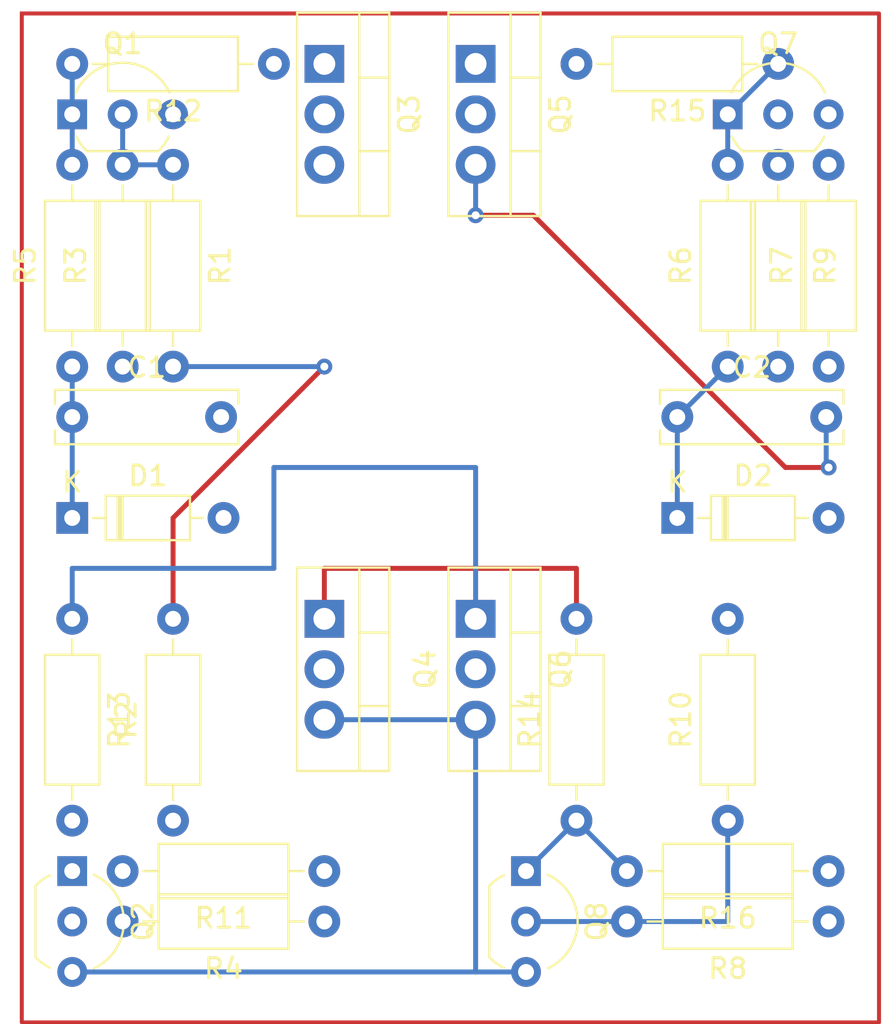
<source format=kicad_pcb>
(kicad_pcb (version 20211014) (generator pcbnew)
  (layers (0 "F.Cu" signal) (31 "B.Cu" signal) (34 "B.Paste" user) (35 "F.Paste" user) (36 "B.SilkS" user "B.Silkscreen") (37 "F.SilkS" user "F.Silkscreen") (38 "B.Mask" user) (39 "F.Mask" user) (44 "Edge.Cuts" user))
  (net 0 "")
  (net 1 "Net-(C1-Pad1)")
  (net 2 "Net-(C1-Pad2)")
  (net 3 "Net-(C2-Pad1)")
  (net 4 "+12V")
  (net 5 "Net-(Q1-Pad1)")
  (net 6 "Net-(Q1-Pad2)")
  (net 7 "GND")
  (net 8 "Net-(Q2-Pad1)")
  (net 9 "Net-(Q2-Pad2)")
  (net 10 "fwd_high")
  (net 11 "rev_low")
  (net 12 "rev_high")
  (net 13 "fwd_low")
  (net 14 "Net-(Q7-Pad1)")
  (net 15 "Net-(Q7-Pad2)")
  (net 16 "Net-(Q8-Pad1)")
  (net 17 "Net-(Q8-Pad2)")
  (net 18 "fwd_pwm")
  (net 19 "+3.3V")
  (net 20 "rev_pwm")
  (footprint "Package_TO_SOT_THT:TO-92_Inline_Wide" (layer "F.Cu") (at 147.32 93.98)
    (fp_text reference "Q7" (at 2.54 -3.56) (layer "F.SilkS"))
    (fp_text value "BC237")
    (fp_line (start 0.74 1.85) (end 4.34 1.85) (layer "F.SilkS") (width 0.12))
    (fp_arc (start 0.1836 -1.098807) (mid 1.143021 -2.192817) (end 2.54 -2.6) (layer "F.SilkS") (width 0.12))
    (fp_arc (start 0.74 1.85) (mid 0.446097 1.509328) (end 0.215816 1.122795) (layer "F.SilkS") (width 0.12))
    (fp_arc (start 2.54 -2.6) (mid 3.936979 -2.192818) (end 4.8964 -1.098807) (layer "F.SilkS") (width 0.12))
    (fp_arc (start 4.864184 1.122795) (mid 4.633903 1.509328) (end 4.34 1.85) (layer "F.SilkS") (width 0.12))
    (pad "1" thru_hole rect (at 0 0) (size 1.5 1.5) (drill 0.8) (layers *.Cu *.Mask) (net 14 "Net-(Q7-Pad1)"))
    (pad "2" thru_hole circle (at 2.54 0) (size 1.5 1.5) (drill 0.8) (layers *.Cu *.Mask) (net 15 "Net-(Q7-Pad2)"))
    (pad "3" thru_hole circle (at 5.08 0) (size 1.5 1.5) (drill 0.8) (layers *.Cu *.Mask) (net 7 "GND"))
  )
  (footprint "Package_TO_SOT_THT:TO-220-3_Vertical" (layer "F.Cu") (at 134.62 91.44 -90)
    (fp_text reference "Q5" (at 2.54 -4.27 90) (layer "F.SilkS"))
    (fp_text value "IRFZ44N")
    (fp_line (start -2.58 -3.27) (end 7.66 -3.27) (layer "F.SilkS") (width 0.12))
    (fp_line (start 0.69 -3.27) (end 0.69 -1.76) (layer "F.SilkS") (width 0.12))
    (fp_line (start 7.66 -3.27) (end 7.66 1.371) (layer "F.SilkS") (width 0.12))
    (fp_line (start -2.58 1.371) (end 7.66 1.371) (layer "F.SilkS") (width 0.12))
    (fp_line (start -2.58 -1.76) (end 7.66 -1.76) (layer "F.SilkS") (width 0.12))
    (fp_line (start 4.391 -3.27) (end 4.391 -1.76) (layer "F.SilkS") (width 0.12))
    (fp_line (start -2.58 -3.27) (end -2.58 1.371) (layer "F.SilkS") (width 0.12))
    (pad "1" thru_hole rect (at 0 0 270) (size 1.905 2) (drill 1.1) (layers *.Cu *.Mask) (net 12 "rev_high"))
    (pad "2" thru_hole oval (at 2.54 0 270) (size 1.905 2) (drill 1.1) (layers *.Cu *.Mask) (net 4 "+12V"))
    (pad "3" thru_hole oval (at 5.08 0 270) (size 1.905 2) (drill 1.1) (layers *.Cu *.Mask) (net 2 "Net-(C1-Pad2)"))
  )
  (footprint "Resistor_THT:R_Axial_DIN0207_L6.3mm_D2.5mm_P10.16mm_Horizontal" (layer "F.Cu") (at 152.4 106.68 90)
    (fp_text reference "R7" (at 5.08 -2.37 90) (layer "F.SilkS"))
    (fp_text value "10k")
    (fp_line (start 1.81 1.37) (end 8.35 1.37) (layer "F.SilkS") (width 0.12))
    (fp_line (start 1.04 0) (end 1.81 0) (layer "F.SilkS") (width 0.12))
    (fp_line (start 9.12 0) (end 8.35 0) (layer "F.SilkS") (width 0.12))
    (fp_line (start 1.81 -1.37) (end 1.81 1.37) (layer "F.SilkS") (width 0.12))
    (fp_line (start 8.35 -1.37) (end 1.81 -1.37) (layer "F.SilkS") (width 0.12))
    (fp_line (start 8.35 1.37) (end 8.35 -1.37) (layer "F.SilkS") (width 0.12))
    (pad "1" thru_hole circle (at 0 0 90) (size 1.6 1.6) (drill 0.8) (layers *.Cu *.Mask) (net 19 "+3.3V"))
    (pad "2" thru_hole oval (at 10.16 0 90) (size 1.6 1.6) (drill 0.8) (layers *.Cu *.Mask) (net 15 "Net-(Q7-Pad2)"))
  )
  (footprint "Resistor_THT:R_Axial_DIN0207_L6.3mm_D2.5mm_P10.16mm_Horizontal" (layer "F.Cu") (at 149.86 91.44 180)
    (fp_text reference "R15" (at 5.08 -2.37) (layer "F.SilkS"))
    (fp_text value "22")
    (fp_line (start 1.04 0) (end 1.81 0) (layer "F.SilkS") (width 0.12))
    (fp_line (start 1.81 -1.37) (end 1.81 1.37) (layer "F.SilkS") (width 0.12))
    (fp_line (start 8.35 -1.37) (end 1.81 -1.37) (layer "F.SilkS") (width 0.12))
    (fp_line (start 1.81 1.37) (end 8.35 1.37) (layer "F.SilkS") (width 0.12))
    (fp_line (start 8.35 1.37) (end 8.35 -1.37) (layer "F.SilkS") (width 0.12))
    (fp_line (start 9.12 0) (end 8.35 0) (layer "F.SilkS") (width 0.12))
    (pad "1" thru_hole circle (at 0 0 180) (size 1.6 1.6) (drill 0.8) (layers *.Cu *.Mask) (net 14 "Net-(Q7-Pad1)"))
    (pad "2" thru_hole oval (at 10.16 0 180) (size 1.6 1.6) (drill 0.8) (layers *.Cu *.Mask) (net 12 "rev_high"))
  )
  (footprint "Resistor_THT:R_Axial_DIN0207_L6.3mm_D2.5mm_P10.16mm_Horizontal" (layer "F.Cu") (at 147.32 106.68 90)
    (fp_text reference "R6" (at 5.08 -2.37 90) (layer "F.SilkS"))
    (fp_text value "500")
    (fp_line (start 9.12 0) (end 8.35 0) (layer "F.SilkS") (width 0.12))
    (fp_line (start 8.35 -1.37) (end 1.81 -1.37) (layer "F.SilkS") (width 0.12))
    (fp_line (start 8.35 1.37) (end 8.35 -1.37) (layer "F.SilkS") (width 0.12))
    (fp_line (start 1.81 -1.37) (end 1.81 1.37) (layer "F.SilkS") (width 0.12))
    (fp_line (start 1.81 1.37) (end 8.35 1.37) (layer "F.SilkS") (width 0.12))
    (fp_line (start 1.04 0) (end 1.81 0) (layer "F.SilkS") (width 0.12))
    (pad "1" thru_hole circle (at 0 0 90) (size 1.6 1.6) (drill 0.8) (layers *.Cu *.Mask) (net 3 "Net-(C2-Pad1)"))
    (pad "2" thru_hole oval (at 10.16 0 90) (size 1.6 1.6) (drill 0.8) (layers *.Cu *.Mask) (net 14 "Net-(Q7-Pad1)"))
  )
  (footprint "Resistor_THT:R_Axial_DIN0207_L6.3mm_D2.5mm_P10.16mm_Horizontal" (layer "F.Cu") (at 152.4 132.08 180)
    (fp_text reference "R16" (at 5.08 -2.37) (layer "F.SilkS"))
    (fp_text value "500")
    (fp_line (start 1.81 1.37) (end 8.35 1.37) (layer "F.SilkS") (width 0.12))
    (fp_line (start 8.35 1.37) (end 8.35 -1.37) (layer "F.SilkS") (width 0.12))
    (fp_line (start 9.12 0) (end 8.35 0) (layer "F.SilkS") (width 0.12))
    (fp_line (start 8.35 -1.37) (end 1.81 -1.37) (layer "F.SilkS") (width 0.12))
    (fp_line (start 1.04 0) (end 1.81 0) (layer "F.SilkS") (width 0.12))
    (fp_line (start 1.81 -1.37) (end 1.81 1.37) (layer "F.SilkS") (width 0.12))
    (pad "1" thru_hole circle (at 0 0 180) (size 1.6 1.6) (drill 0.8) (layers *.Cu *.Mask) (net 4 "+12V"))
    (pad "2" thru_hole oval (at 10.16 0 180) (size 1.6 1.6) (drill 0.8) (layers *.Cu *.Mask) (net 16 "Net-(Q8-Pad1)"))
  )
  (footprint "Resistor_THT:R_Axial_DIN0207_L6.3mm_D2.5mm_P10.16mm_Horizontal" (layer "F.Cu") (at 127 134.62 180)
    (fp_text reference "R4" (at 5.08 -2.37) (layer "F.SilkS"))
    (fp_text value "10k")
    (fp_line (start 1.04 0) (end 1.81 0) (layer "F.SilkS") (width 0.12))
    (fp_line (start 8.35 1.37) (end 8.35 -1.37) (layer "F.SilkS") (width 0.12))
    (fp_line (start 8.35 -1.37) (end 1.81 -1.37) (layer "F.SilkS") (width 0.12))
    (fp_line (start 1.81 1.37) (end 8.35 1.37) (layer "F.SilkS") (width 0.12))
    (fp_line (start 1.81 -1.37) (end 1.81 1.37) (layer "F.SilkS") (width 0.12))
    (fp_line (start 9.12 0) (end 8.35 0) (layer "F.SilkS") (width 0.12))
    (pad "1" thru_hole circle (at 0 0 180) (size 1.6 1.6) (drill 0.8) (layers *.Cu *.Mask) (net 19 "+3.3V"))
    (pad "2" thru_hole oval (at 10.16 0 180) (size 1.6 1.6) (drill 0.8) (layers *.Cu *.Mask) (net 9 "Net-(Q2-Pad2)"))
  )
  (footprint "Package_TO_SOT_THT:TO-220-3_Vertical" (layer "F.Cu") (at 134.62 119.38 -90)
    (fp_text reference "Q6" (at 2.54 -4.27 90) (layer "F.SilkS"))
    (fp_text value "IRFZ44N")
    (fp_line (start -2.58 1.371) (end 7.66 1.371) (layer "F.SilkS") (width 0.12))
    (fp_line (start 0.69 -3.27) (end 0.69 -1.76) (layer "F.SilkS") (width 0.12))
    (fp_line (start 7.66 -3.27) (end 7.66 1.371) (layer "F.SilkS") (width 0.12))
    (fp_line (start -2.58 -3.27) (end -2.58 1.371) (layer "F.SilkS") (width 0.12))
    (fp_line (start -2.58 -1.76) (end 7.66 -1.76) (layer "F.SilkS") (width 0.12))
    (fp_line (start 4.391 -3.27) (end 4.391 -1.76) (layer "F.SilkS") (width 0.12))
    (fp_line (start -2.58 -3.27) (end 7.66 -3.27) (layer "F.SilkS") (width 0.12))
    (pad "1" thru_hole rect (at 0 0 270) (size 1.905 2) (drill 1.1) (layers *.Cu *.Mask) (net 13 "fwd_low"))
    (pad "2" thru_hole oval (at 2.54 0 270) (size 1.905 2) (drill 1.1) (layers *.Cu *.Mask) (net 2 "Net-(C1-Pad2)"))
    (pad "3" thru_hole oval (at 5.08 0 270) (size 1.905 2) (drill 1.1) (layers *.Cu *.Mask) (net 7 "GND"))
  )
  (footprint "Resistor_THT:R_Axial_DIN0207_L6.3mm_D2.5mm_P10.16mm_Horizontal" (layer "F.Cu") (at 139.7 129.54 90)
    (fp_text reference "R14" (at 5.08 -2.37 90) (layer "F.SilkS"))
    (fp_text value "22")
    (fp_line (start 1.81 1.37) (end 8.35 1.37) (layer "F.SilkS") (width 0.12))
    (fp_line (start 1.04 0) (end 1.81 0) (layer "F.SilkS") (width 0.12))
    (fp_line (start 1.81 -1.37) (end 1.81 1.37) (layer "F.SilkS") (width 0.12))
    (fp_line (start 9.12 0) (end 8.35 0) (layer "F.SilkS") (width 0.12))
    (fp_line (start 8.35 1.37) (end 8.35 -1.37) (layer "F.SilkS") (width 0.12))
    (fp_line (start 8.35 -1.37) (end 1.81 -1.37) (layer "F.SilkS") (width 0.12))
    (pad "1" thru_hole circle (at 0 0 90) (size 1.6 1.6) (drill 0.8) (layers *.Cu *.Mask) (net 16 "Net-(Q8-Pad1)"))
    (pad "2" thru_hole oval (at 10.16 0 90) (size 1.6 1.6) (drill 0.8) (layers *.Cu *.Mask) (net 11 "rev_low"))
  )
  (footprint "Diode_THT:D_DO-35_SOD27_P7.62mm_Horizontal" (layer "F.Cu") (at 114.3 114.3)
    (fp_text reference "D1" (at 3.81 -2.12) (layer "F.SilkS"))
    (fp_text value "1N4148")
    (fp_text user "K" (at 0 -1.8) (layer "F.SilkS"))
    (fp_line (start 5.93 1.12) (end 5.93 -1.12) (layer "F.SilkS") (width 0.12))
    (fp_line (start 1.04 0) (end 1.69 0) (layer "F.SilkS") (width 0.12))
    (fp_line (start 2.53 -1.12) (end 2.53 1.12) (layer "F.SilkS") (width 0.12))
    (fp_line (start 2.29 -1.12) (end 2.29 1.12) (layer "F.SilkS") (width 0.12))
    (fp_line (start 5.93 -1.12) (end 1.69 -1.12) (layer "F.SilkS") (width 0.12))
    (fp_line (start 6.58 0) (end 5.93 0) (layer "F.SilkS") (width 0.12))
    (fp_line (start 1.69 1.12) (end 5.93 1.12) (layer "F.SilkS") (width 0.12))
    (fp_line (start 2.41 -1.12) (end 2.41 1.12) (layer "F.SilkS") (width 0.12))
    (fp_line (start 1.69 -1.12) (end 1.69 1.12) (layer "F.SilkS") (width 0.12))
    (pad "1" thru_hole rect (at 0 0) (size 1.6 1.6) (drill 0.8) (layers *.Cu *.Mask) (net 1 "Net-(C1-Pad1)"))
    (pad "2" thru_hole oval (at 7.62 0) (size 1.6 1.6) (drill 0.8) (layers *.Cu *.Mask) (net 4 "+12V"))
  )
  (footprint "Resistor_THT:R_Axial_DIN0207_L6.3mm_D2.5mm_P10.16mm_Horizontal" (layer "F.Cu") (at 114.3 106.68 90)
    (fp_text reference "R5" (at 5.08 -2.37 90) (layer "F.SilkS"))
    (fp_text value "500")
    (fp_line (start 1.81 -1.37) (end 1.81 1.37) (layer "F.SilkS") (width 0.12))
    (fp_line (start 8.35 -1.37) (end 1.81 -1.37) (layer "F.SilkS") (width 0.12))
    (fp_line (start 1.04 0) (end 1.81 0) (layer "F.SilkS") (width 0.12))
    (fp_line (start 9.12 0) (end 8.35 0) (layer "F.SilkS") (width 0.12))
    (fp_line (start 1.81 1.37) (end 8.35 1.37) (layer "F.SilkS") (width 0.12))
    (fp_line (start 8.35 1.37) (end 8.35 -1.37) (layer "F.SilkS") (width 0.12))
    (pad "1" thru_hole circle (at 0 0 90) (size 1.6 1.6) (drill 0.8) (layers *.Cu *.Mask) (net 1 "Net-(C1-Pad1)"))
    (pad "2" thru_hole oval (at 10.16 0 90) (size 1.6 1.6) (drill 0.8) (layers *.Cu *.Mask) (net 5 "Net-(Q1-Pad1)"))
  )
  (footprint "Capacitor_THT:C_Rect_L9.0mm_W2.5mm_P7.50mm_MKT" (layer "F.Cu") (at 144.78 109.22)
    (fp_text reference "C2" (at 3.75 -2.5) (layer "F.SilkS"))
    (fp_text value "1uF")
    (fp_line (start -0.87 -1.37) (end 8.37 -1.37) (layer "F.SilkS") (width 0.12))
    (fp_line (start -0.87 1.37) (end 8.37 1.37) (layer "F.SilkS") (width 0.12))
    (fp_line (start -0.87 0.665) (end -0.87 1.37) (layer "F.SilkS") (width 0.12))
    (fp_line (start -0.87 -1.37) (end -0.87 -0.665) (layer "F.SilkS") (width 0.12))
    (fp_line (start 8.37 -1.37) (end 8.37 -0.665) (layer "F.SilkS") (width 0.12))
    (fp_line (start 8.37 0.665) (end 8.37 1.37) (layer "F.SilkS") (width 0.12))
    (pad "1" thru_hole circle (at 0 0) (size 1.6 1.6) (drill 0.8) (layers *.Cu *.Mask) (net 3 "Net-(C2-Pad1)"))
    (pad "2" thru_hole circle (at 7.5 0) (size 1.6 1.6) (drill 0.8) (layers *.Cu *.Mask) (net 2 "Net-(C1-Pad2)"))
  )
  (footprint "Resistor_THT:R_Axial_DIN0207_L6.3mm_D2.5mm_P10.16mm_Horizontal" (layer "F.Cu") (at 119.38 96.52 -90)
    (fp_text reference "R1" (at 5.08 -2.37 90) (layer "F.SilkS"))
    (fp_text value "1k")
    (fp_line (start 1.81 -1.37) (end 1.81 1.37) (layer "F.SilkS") (width 0.12))
    (fp_line (start 1.81 1.37) (end 8.35 1.37) (layer "F.SilkS") (width 0.12))
    (fp_line (start 8.35 -1.37) (end 1.81 -1.37) (layer "F.SilkS") (width 0.12))
    (fp_line (start 9.12 0) (end 8.35 0) (layer "F.SilkS") (width 0.12))
    (fp_line (start 8.35 1.37) (end 8.35 -1.37) (layer "F.SilkS") (width 0.12))
    (fp_line (start 1.04 0) (end 1.81 0) (layer "F.SilkS") (width 0.12))
    (pad "1" thru_hole circle (at 0 0 270) (size 1.6 1.6) (drill 0.8) (layers *.Cu *.Mask) (net 6 "Net-(Q1-Pad2)"))
    (pad "2" thru_hole oval (at 10.16 0 270) (size 1.6 1.6) (drill 0.8) (layers *.Cu *.Mask) (net 18 "fwd_pwm"))
  )
  (footprint "Package_TO_SOT_THT:TO-92_Inline_Wide" (layer "F.Cu") (at 137.16 132.08 -90)
    (fp_text reference "Q8" (at 2.54 -3.56 90) (layer "F.SilkS"))
    (fp_text value "BC237")
    (fp_line (start 0.74 1.85) (end 4.34 1.85) (layer "F.SilkS") (width 0.12))
    (fp_arc (start 0.1836 -1.098807) (mid 1.143021 -2.192817) (end 2.54 -2.6) (layer "F.SilkS") (width 0.12))
    (fp_arc (start 4.864184 1.122795) (mid 4.633903 1.509328) (end 4.34 1.85) (layer "F.SilkS") (width 0.12))
    (fp_arc (start 0.74 1.85) (mid 0.446097 1.509328) (end 0.215816 1.122795) (layer "F.SilkS") (width 0.12))
    (fp_arc (start 2.54 -2.6) (mid 3.936979 -2.192818) (end 4.8964 -1.098807) (layer "F.SilkS") (width 0.12))
    (pad "1" thru_hole rect (at 0 0 270) (size 1.5 1.5) (drill 0.8) (layers *.Cu *.Mask) (net 16 "Net-(Q8-Pad1)"))
    (pad "2" thru_hole circle (at 2.54 0 270) (size 1.5 1.5) (drill 0.8) (layers *.Cu *.Mask) (net 17 "Net-(Q8-Pad2)"))
    (pad "3" thru_hole circle (at 5.08 0 270) (size 1.5 1.5) (drill 0.8) (layers *.Cu *.Mask) (net 7 "GND"))
  )
  (footprint "Resistor_THT:R_Axial_DIN0207_L6.3mm_D2.5mm_P10.16mm_Horizontal" (layer "F.Cu") (at 119.38 129.54 90)
    (fp_text reference "R2" (at 5.08 -2.37 90) (layer "F.SilkS"))
    (fp_text value "1k")
    (fp_line (start 1.81 -1.37) (end 1.81 1.37) (layer "F.SilkS") (width 0.12))
    (fp_line (start 1.04 0) (end 1.81 0) (layer "F.SilkS") (width 0.12))
    (fp_line (start 1.81 1.37) (end 8.35 1.37) (layer "F.SilkS") (width 0.12))
    (fp_line (start 8.35 1.37) (end 8.35 -1.37) (layer "F.SilkS") (width 0.12))
    (fp_line (start 9.12 0) (end 8.35 0) (layer "F.SilkS") (width 0.12))
    (fp_line (start 8.35 -1.37) (end 1.81 -1.37) (layer "F.SilkS") (width 0.12))
    (pad "1" thru_hole circle (at 0 0 90) (size 1.6 1.6) (drill 0.8) (layers *.Cu *.Mask) (net 9 "Net-(Q2-Pad2)"))
    (pad "2" thru_hole oval (at 10.16 0 90) (size 1.6 1.6) (drill 0.8) (layers *.Cu *.Mask) (net 18 "fwd_pwm"))
  )
  (footprint "Package_TO_SOT_THT:TO-92_Inline_Wide" (layer "F.Cu") (at 114.3 93.98)
    (fp_text reference "Q1" (at 2.54 -3.56) (layer "F.SilkS"))
    (fp_text value "BC237")
    (fp_line (start 0.74 1.85) (end 4.34 1.85) (layer "F.SilkS") (width 0.12))
    (fp_arc (start 0.74 1.85) (mid 0.446097 1.509328) (end 0.215816 1.122795) (layer "F.SilkS") (width 0.12))
    (fp_arc (start 0.1836 -1.098807) (mid 1.143021 -2.192817) (end 2.54 -2.6) (layer "F.SilkS") (width 0.12))
    (fp_arc (start 2.54 -2.6) (mid 3.936979 -2.192818) (end 4.8964 -1.098807) (layer "F.SilkS") (width 0.12))
    (fp_arc (start 4.864184 1.122795) (mid 4.633903 1.509328) (end 4.34 1.85) (layer "F.SilkS") (width 0.12))
    (pad "1" thru_hole rect (at 0 0) (size 1.5 1.5) (drill 0.8) (layers *.Cu *.Mask) (net 5 "Net-(Q1-Pad1)"))
    (pad "2" thru_hole circle (at 2.54 0) (size 1.5 1.5) (drill 0.8) (layers *.Cu *.Mask) (net 6 "Net-(Q1-Pad2)"))
    (pad "3" thru_hole circle (at 5.08 0) (size 1.5 1.5) (drill 0.8) (layers *.Cu *.Mask) (net 7 "GND"))
  )
  (footprint "Diode_THT:D_DO-35_SOD27_P7.62mm_Horizontal" (layer "F.Cu") (at 144.78 114.3)
    (fp_text reference "D2" (at 3.81 -2.12) (layer "F.SilkS"))
    (fp_text value "1N4148")
    (fp_text user "K" (at 0 -1.8) (layer "F.SilkS"))
    (fp_line (start 1.04 0) (end 1.69 0) (layer "F.SilkS") (width 0.12))
    (fp_line (start 2.53 -1.12) (end 2.53 1.12) (layer "F.SilkS") (width 0.12))
    (fp_line (start 5.93 -1.12) (end 1.69 -1.12) (layer "F.SilkS") (width 0.12))
    (fp_line (start 2.41 -1.12) (end 2.41 1.12) (layer "F.SilkS") (width 0.12))
    (fp_line (start 1.69 -1.12) (end 1.69 1.12) (layer "F.SilkS") (width 0.12))
    (fp_line (start 6.58 0) (end 5.93 0) (layer "F.SilkS") (width 0.12))
    (fp_line (start 2.29 -1.12) (end 2.29 1.12) (layer "F.SilkS") (width 0.12))
    (fp_line (start 1.69 1.12) (end 5.93 1.12) (layer "F.SilkS") (width 0.12))
    (fp_line (start 5.93 1.12) (end 5.93 -1.12) (layer "F.SilkS") (width 0.12))
    (pad "1" thru_hole rect (at 0 0) (size 1.6 1.6) (drill 0.8) (layers *.Cu *.Mask) (net 3 "Net-(C2-Pad1)"))
    (pad "2" thru_hole oval (at 7.62 0) (size 1.6 1.6) (drill 0.8) (layers *.Cu *.Mask) (net 4 "+12V"))
  )
  (footprint "Resistor_THT:R_Axial_DIN0207_L6.3mm_D2.5mm_P10.16mm_Horizontal" (layer "F.Cu") (at 152.4 134.62 180)
    (fp_text reference "R8" (at 5.08 -2.37) (layer "F.SilkS"))
    (fp_text value "10k")
    (fp_line (start 1.81 1.37) (end 8.35 1.37) (layer "F.SilkS") (width 0.12))
    (fp_line (start 1.04 0) (end 1.81 0) (layer "F.SilkS") (width 0.12))
    (fp_line (start 8.35 1.37) (end 8.35 -1.37) (layer "F.SilkS") (width 0.12))
    (fp_line (start 9.12 0) (end 8.35 0) (layer "F.SilkS") (width 0.12))
    (fp_line (start 8.35 -1.37) (end 1.81 -1.37) (layer "F.SilkS") (width 0.12))
    (fp_line (start 1.81 -1.37) (end 1.81 1.37) (layer "F.SilkS") (width 0.12))
    (pad "1" thru_hole circle (at 0 0 180) (size 1.6 1.6) (drill 0.8) (layers *.Cu *.Mask) (net 19 "+3.3V"))
    (pad "2" thru_hole oval (at 10.16 0 180) (size 1.6 1.6) (drill 0.8) (layers *.Cu *.Mask) (net 17 "Net-(Q8-Pad2)"))
  )
  (footprint "Package_TO_SOT_THT:TO-220-3_Vertical" (layer "F.Cu") (at 127 91.44 -90)
    (fp_text reference "Q3" (at 2.54 -4.27 90) (layer "F.SilkS"))
    (fp_text value "IRFZ44N")
    (fp_line (start 0.69 -3.27) (end 0.69 -1.76) (layer "F.SilkS") (width 0.12))
    (fp_line (start -2.58 1.371) (end 7.66 1.371) (layer "F.SilkS") (width 0.12))
    (fp_line (start -2.58 -3.27) (end 7.66 -3.27) (layer "F.SilkS") (width 0.12))
    (fp_line (start 7.66 -3.27) (end 7.66 1.371) (layer "F.SilkS") (width 0.12))
    (fp_line (start -2.58 -1.76) (end 7.66 -1.76) (layer "F.SilkS") (width 0.12))
    (fp_line (start 4.391 -3.27) (end 4.391 -1.76) (layer "F.SilkS") (width 0.12))
    (fp_line (start -2.58 -3.27) (end -2.58 1.371) (layer "F.SilkS") (width 0.12))
    (pad "1" thru_hole rect (at 0 0 270) (size 1.905 2) (drill 1.1) (layers *.Cu *.Mask) (net 10 "fwd_high"))
    (pad "2" thru_hole oval (at 2.54 0 270) (size 1.905 2) (drill 1.1) (layers *.Cu *.Mask) (net 4 "+12V"))
    (pad "3" thru_hole oval (at 5.08 0 270) (size 1.905 2) (drill 1.1) (layers *.Cu *.Mask) (net 2 "Net-(C1-Pad2)"))
  )
  (footprint "Resistor_THT:R_Axial_DIN0207_L6.3mm_D2.5mm_P10.16mm_Horizontal" (layer "F.Cu") (at 127 132.08 180)
    (fp_text reference "R11" (at 5.08 -2.37) (layer "F.SilkS"))
    (fp_text value "500")
    (fp_line (start 1.81 1.37) (end 8.35 1.37) (layer "F.SilkS") (width 0.12))
    (fp_line (start 9.12 0) (end 8.35 0) (layer "F.SilkS") (width 0.12))
    (fp_line (start 8.35 -1.37) (end 1.81 -1.37) (layer "F.SilkS") (width 0.12))
    (fp_line (start 1.04 0) (end 1.81 0) (layer "F.SilkS") (width 0.12))
    (fp_line (start 8.35 1.37) (end 8.35 -1.37) (layer "F.SilkS") (width 0.12))
    (fp_line (start 1.81 -1.37) (end 1.81 1.37) (layer "F.SilkS") (width 0.12))
    (pad "1" thru_hole circle (at 0 0 180) (size 1.6 1.6) (drill 0.8) (layers *.Cu *.Mask) (net 4 "+12V"))
    (pad "2" thru_hole oval (at 10.16 0 180) (size 1.6 1.6) (drill 0.8) (layers *.Cu *.Mask) (net 8 "Net-(Q2-Pad1)"))
  )
  (footprint "Resistor_THT:R_Axial_DIN0207_L6.3mm_D2.5mm_P10.16mm_Horizontal" (layer "F.Cu") (at 124.46 91.44 180)
    (fp_text reference "R12" (at 5.08 -2.37) (layer "F.SilkS"))
    (fp_text value "22")
    (fp_line (start 9.12 0) (end 8.35 0) (layer "F.SilkS") (width 0.12))
    (fp_line (start 1.04 0) (end 1.81 0) (layer "F.SilkS") (width 0.12))
    (fp_line (start 1.81 -1.37) (end 1.81 1.37) (layer "F.SilkS") (width 0.12))
    (fp_line (start 8.35 1.37) (end 8.35 -1.37) (layer "F.SilkS") (width 0.12))
    (fp_line (start 1.81 1.37) (end 8.35 1.37) (layer "F.SilkS") (width 0.12))
    (fp_line (start 8.35 -1.37) (end 1.81 -1.37) (layer "F.SilkS") (width 0.12))
    (pad "1" thru_hole circle (at 0 0 180) (size 1.6 1.6) (drill 0.8) (layers *.Cu *.Mask) (net 10 "fwd_high"))
    (pad "2" thru_hole oval (at 10.16 0 180) (size 1.6 1.6) (drill 0.8) (layers *.Cu *.Mask) (net 5 "Net-(Q1-Pad1)"))
  )
  (footprint "Package_TO_SOT_THT:TO-220-3_Vertical" (layer "F.Cu") (at 127 119.38 -90)
    (fp_text reference "Q4" (at 2.54 -5.08 90) (layer "F.SilkS"))
    (fp_text value "IRFZ44N")
    (fp_line (start 4.391 -3.27) (end 4.391 -1.76) (layer "F.SilkS") (width 0.12))
    (fp_line (start 0.69 -3.27) (end 0.69 -1.76) (layer "F.SilkS") (width 0.12))
    (fp_line (start -2.58 -1.76) (end 7.66 -1.76) (layer "F.SilkS") (width 0.12))
    (fp_line (start 7.66 -3.27) (end 7.66 1.371) (layer "F.SilkS") (width 0.12))
    (fp_line (start -2.58 -3.27) (end 7.66 -3.27) (layer "F.SilkS") (width 0.12))
    (fp_line (start -2.58 1.371) (end 7.66 1.371) (layer "F.SilkS") (width 0.12))
    (fp_line (start -2.58 -3.27) (end -2.58 1.371) (layer "F.SilkS") (width 0.12))
    (pad "1" thru_hole rect (at 0 0 270) (size 1.905 2) (drill 1.1) (layers *.Cu *.Mask) (net 11 "rev_low"))
    (pad "2" thru_hole oval (at 2.54 0 270) (size 1.905 2) (drill 1.1) (layers *.Cu *.Mask) (net 2 "Net-(C1-Pad2)"))
    (pad "3" thru_hole oval (at 5.08 0 270) (size 1.905 2) (drill 1.1) (layers *.Cu *.Mask) (net 7 "GND"))
  )
  (footprint "Package_TO_SOT_THT:TO-92_Inline_Wide" (layer "F.Cu") (at 114.3 132.08 -90)
    (fp_text reference "Q2" (at 2.54 -3.56 90) (layer "F.SilkS"))
    (fp_text value "BC237")
    (fp_line (start 0.74 1.85) (end 4.34 1.85) (layer "F.SilkS") (width 0.12))
    (fp_arc (start 0.74 1.85) (mid 0.446097 1.509328) (end 0.215816 1.122795) (layer "F.SilkS") (width 0.12))
    (fp_arc (start 0.1836 -1.098807) (mid 1.143021 -2.192817) (end 2.54 -2.6) (layer "F.SilkS") (width 0.12))
    (fp_arc (start 4.864184 1.122795) (mid 4.633903 1.509328) (end 4.34 1.85) (layer "F.SilkS") (width 0.12))
    (fp_arc (start 2.54 -2.6) (mid 3.936979 -2.192818) (end 4.8964 -1.098807) (layer "F.SilkS") (width 0.12))
    (pad "1" thru_hole rect (at 0 0 270) (size 1.5 1.5) (drill 0.8) (layers *.Cu *.Mask) (net 8 "Net-(Q2-Pad1)"))
    (pad "2" thru_hole circle (at 2.54 0 270) (size 1.5 1.5) (drill 0.8) (layers *.Cu *.Mask) (net 9 "Net-(Q2-Pad2)"))
    (pad "3" thru_hole circle (at 5.08 0 270) (size 1.5 1.5) (drill 0.8) (layers *.Cu *.Mask) (net 7 "GND"))
  )
  (footprint "Resistor_THT:R_Axial_DIN0207_L6.3mm_D2.5mm_P10.16mm_Horizontal" (layer "F.Cu") (at 149.86 96.52 -90)
    (fp_text reference "R9" (at 5.08 -2.37 90) (layer "F.SilkS"))
    (fp_text value "1k")
    (fp_line (start 1.81 -1.37) (end 1.81 1.37) (layer "F.SilkS") (width 0.12))
    (fp_line (start 1.04 0) (end 1.81 0) (layer "F.SilkS") (width 0.12))
    (fp_line (start 1.81 1.37) (end 8.35 1.37) (layer "F.SilkS") (width 0.12))
    (fp_line (start 8.35 1.37) (end 8.35 -1.37) (layer "F.SilkS") (width 0.12))
    (fp_line (start 9.12 0) (end 8.35 0) (layer "F.SilkS") (width 0.12))
    (fp_line (start 8.35 -1.37) (end 1.81 -1.37) (layer "F.SilkS") (width 0.12))
    (pad "1" thru_hole circle (at 0 0 270) (size 1.6 1.6) (drill 0.8) (layers *.Cu *.Mask) (net 15 "Net-(Q7-Pad2)"))
    (pad "2" thru_hole oval (at 10.16 0 270) (size 1.6 1.6) (drill 0.8) (layers *.Cu *.Mask) (net 20 "rev_pwm"))
  )
  (footprint "Resistor_THT:R_Axial_DIN0207_L6.3mm_D2.5mm_P10.16mm_Horizontal" (layer "F.Cu") (at 147.32 129.54 90)
    (fp_text reference "R10" (at 5.08 -2.37 90) (layer "F.SilkS"))
    (fp_text value "1k")
    (fp_line (start 1.81 -1.37) (end 1.81 1.37) (layer "F.SilkS") (width 0.12))
    (fp_line (start 1.04 0) (end 1.81 0) (layer "F.SilkS") (width 0.12))
    (fp_line (start 1.81 1.37) (end 8.35 1.37) (layer "F.SilkS") (width 0.12))
    (fp_line (start 8.35 1.37) (end 8.35 -1.37) (layer "F.SilkS") (width 0.12))
    (fp_line (start 8.35 -1.37) (end 1.81 -1.37) (layer "F.SilkS") (width 0.12))
    (fp_line (start 9.12 0) (end 8.35 0) (layer "F.SilkS") (width 0.12))
    (pad "1" thru_hole circle (at 0 0 90) (size 1.6 1.6) (drill 0.8) (layers *.Cu *.Mask) (net 17 "Net-(Q8-Pad2)"))
    (pad "2" thru_hole oval (at 10.16 0 90) (size 1.6 1.6) (drill 0.8) (layers *.Cu *.Mask) (net 20 "rev_pwm"))
  )
  (footprint "Resistor_THT:R_Axial_DIN0207_L6.3mm_D2.5mm_P10.16mm_Horizontal" (layer "F.Cu") (at 114.3 119.38 -90)
    (fp_text reference "R13" (at 5.08 -2.37 90) (layer "F.SilkS"))
    (fp_text value "22")
    (fp_line (start 9.12 0) (end 8.35 0) (layer "F.SilkS") (width 0.12))
    (fp_line (start 8.35 1.37) (end 8.35 -1.37) (layer "F.SilkS") (width 0.12))
    (fp_line (start 1.04 0) (end 1.81 0) (layer "F.SilkS") (width 0.12))
    (fp_line (start 1.81 -1.37) (end 1.81 1.37) (layer "F.SilkS") (width 0.12))
    (fp_line (start 1.81 1.37) (end 8.35 1.37) (layer "F.SilkS") (width 0.12))
    (fp_line (start 8.35 -1.37) (end 1.81 -1.37) (layer "F.SilkS") (width 0.12))
    (pad "1" thru_hole circle (at 0 0 270) (size 1.6 1.6) (drill 0.8) (layers *.Cu *.Mask) (net 13 "fwd_low"))
    (pad "2" thru_hole oval (at 10.16 0 270) (size 1.6 1.6) (drill 0.8) (layers *.Cu *.Mask) (net 8 "Net-(Q2-Pad1)"))
  )
  (footprint "Capacitor_THT:C_Rect_L9.0mm_W2.5mm_P7.50mm_MKT" (layer "F.Cu") (at 114.3 109.22)
    (fp_text reference "C1" (at 3.75 -2.5) (layer "F.SilkS"))
    (fp_text value "1uF")
    (fp_line (start 8.37 0.665) (end 8.37 1.37) (layer "F.SilkS") (width 0.12))
    (fp_line (start -0.87 0.665) (end -0.87 1.37) (layer "F.SilkS") (width 0.12))
    (fp_line (start -0.87 -1.37) (end -0.87 -0.665) (layer "F.SilkS") (width 0.12))
    (fp_line (start -0.87 1.37) (end 8.37 1.37) (layer "F.SilkS") (width 0.12))
    (fp_line (start -0.87 -1.37) (end 8.37 -1.37) (layer "F.SilkS") (width 0.12))
    (fp_line (start 8.37 -1.37) (end 8.37 -0.665) (layer "F.SilkS") (width 0.12))
    (pad "1" thru_hole circle (at 0 0) (size 1.6 1.6) (drill 0.8) (layers *.Cu *.Mask) (net 1 "Net-(C1-Pad1)"))
    (pad "2" thru_hole circle (at 7.5 0) (size 1.6 1.6) (drill 0.8) (layers *.Cu *.Mask) (net 2 "Net-(C1-Pad2)"))
  )
  (footprint "Resistor_THT:R_Axial_DIN0207_L6.3mm_D2.5mm_P10.16mm_Horizontal" (layer "F.Cu") (at 116.84 106.68 90)
    (fp_text reference "R3" (at 5.08 -2.37 90) (layer "F.SilkS"))
    (fp_text value "10k")
    (fp_line (start 1.81 1.37) (end 8.35 1.37) (layer "F.SilkS") (width 0.12))
    (fp_line (start 9.12 0) (end 8.35 0) (layer "F.SilkS") (width 0.12))
    (fp_line (start 1.04 0) (end 1.81 0) (layer "F.SilkS") (width 0.12))
    (fp_line (start 8.35 1.37) (end 8.35 -1.37) (layer "F.SilkS") (width 0.12))
    (fp_line (start 8.35 -1.37) (end 1.81 -1.37) (layer "F.SilkS") (width 0.12))
    (fp_line (start 1.81 -1.37) (end 1.81 1.37) (layer "F.SilkS") (width 0.12))
    (pad "1" thru_hole circle (at 0 0 90) (size 1.6 1.6) (drill 0.8) (layers *.Cu *.Mask) (net 19 "+3.3V"))
    (pad "2" thru_hole oval (at 10.16 0 90) (size 1.6 1.6) (drill 0.8) (layers *.Cu *.Mask) (net 6 "Net-(Q1-Pad2)"))
  )
  (gr_rect (start 154.94 88.9) (end 111.76 139.7) (layer "F.Cu") (width 0.2) (fill none))
  (segment (start 114.3 109.22) (end 114.3 114.3) (width 0.25) (layer "B.Cu") (net 1))
  (segment (start 114.3 106.68) (end 114.3 109.22) (width 0.25) (layer "B.Cu") (net 1))
  (segment (start 137.527202 99.06) (end 134.62 99.06) (width 0.25) (layer "F.Cu") (net 2))
  (segment (start 150.227202 111.76) (end 137.527202 99.06) (width 0.25) (layer "F.Cu") (net 2))
  (segment (start 152.4 111.76) (end 150.227202 111.76) (width 0.25) (layer "F.Cu") (net 2))
  (via (at 134.62 99.06) (size 0.8) (drill 0.4) (layers "F.Cu" "B.Cu") (net 2))
  (via (at 152.4 111.76) (size 0.8) (drill 0.4) (layers "F.Cu" "B.Cu") (net 2))
  (segment (start 134.62 99.06) (end 134.62 96.52) (width 0.25) (layer "B.Cu") (net 2))
  (segment (start 152.28 109.22) (end 152.28 111.64) (width 0.25) (layer "B.Cu") (net 2))
  (segment (start 152.28 111.64) (end 152.4 111.76) (width 0.25) (layer "B.Cu") (net 2))
  (segment (start 144.78 109.22) (end 147.32 106.68) (width 0.25) (layer "B.Cu") (net 3))
  (segment (start 144.78 109.22) (end 144.78 114.3) (width 0.25) (layer "B.Cu") (net 3))
  (segment (start 114.3 96.52) (end 114.3 93.98) (width 0.25) (layer "B.Cu") (net 5))
  (segment (start 114.3 93.98) (end 114.3 91.44) (width 0.25) (layer "B.Cu") (net 5))
  (segment (start 116.84 96.52) (end 116.84 93.98) (width 0.25) (layer "B.Cu") (net 6))
  (segment (start 119.38 96.52) (end 116.84 96.52) (width 0.25) (layer "B.Cu") (net 6))
  (segment (start 127 124.46) (end 134.62 124.46) (width 0.25) (layer "B.Cu") (net 7))
  (segment (start 134.62 137.16) (end 137.16 137.16) (width 0.25) (layer "B.Cu") (net 7))
  (segment (start 134.62 137.16) (end 134.62 124.46) (width 0.25) (layer "B.Cu") (net 7))
  (segment (start 114.3 137.16) (end 134.62 137.16) (width 0.25) (layer "B.Cu") (net 7))
  (segment (start 139.7 116.84) (end 127 116.84) (width 0.25) (layer "F.Cu") (net 11))
  (segment (start 127 116.84) (end 127 119.38) (width 0.25) (layer "F.Cu") (net 11))
  (segment (start 139.7 119.38) (end 139.7 116.84) (width 0.25) (layer "F.Cu") (net 11))
  (segment (start 124.46 116.84) (end 124.46 111.76) (width 0.25) (layer "B.Cu") (net 13))
  (segment (start 134.62 111.76) (end 134.62 119.38) (width 0.25) (layer "B.Cu") (net 13))
  (segment (start 114.3 119.38) (end 114.3 116.84) (width 0.25) (layer "B.Cu") (net 13))
  (segment (start 114.3 116.84) (end 124.46 116.84) (width 0.25) (layer "B.Cu") (net 13))
  (segment (start 124.46 111.76) (end 134.62 111.76) (width 0.25) (layer "B.Cu") (net 13))
  (segment (start 147.32 93.98) (end 149.86 91.44) (width 0.25) (layer "B.Cu") (net 14))
  (segment (start 147.32 96.52) (end 147.32 93.98) (width 0.25) (layer "B.Cu") (net 14))
  (segment (start 139.7 129.54) (end 137.16 132.08) (width 0.25) (layer "B.Cu") (net 16))
  (segment (start 142.24 132.08) (end 139.7 129.54) (width 0.25) (layer "B.Cu") (net 16))
  (segment (start 137.16 134.62) (end 142.24 134.62) (width 0.25) (layer "B.Cu") (net 17))
  (segment (start 142.24 134.62) (end 147.32 134.62) (width 0.25) (layer "B.Cu") (net 17))
  (segment (start 147.32 134.62) (end 147.32 129.54) (width 0.25) (layer "B.Cu") (net 17))
  (segment (start 127 106.68) (end 119.38 114.3) (width 0.25) (layer "F.Cu") (net 18))
  (segment (start 119.38 114.3) (end 119.38 119.38) (width 0.25) (layer "F.Cu") (net 18))
  (via (at 127 106.68) (size 0.8) (drill 0.4) (layers "F.Cu" "B.Cu") (net 18))
  (segment (start 119.38 106.68) (end 127 106.68) (width 0.25) (layer "B.Cu") (net 18))
)
</source>
